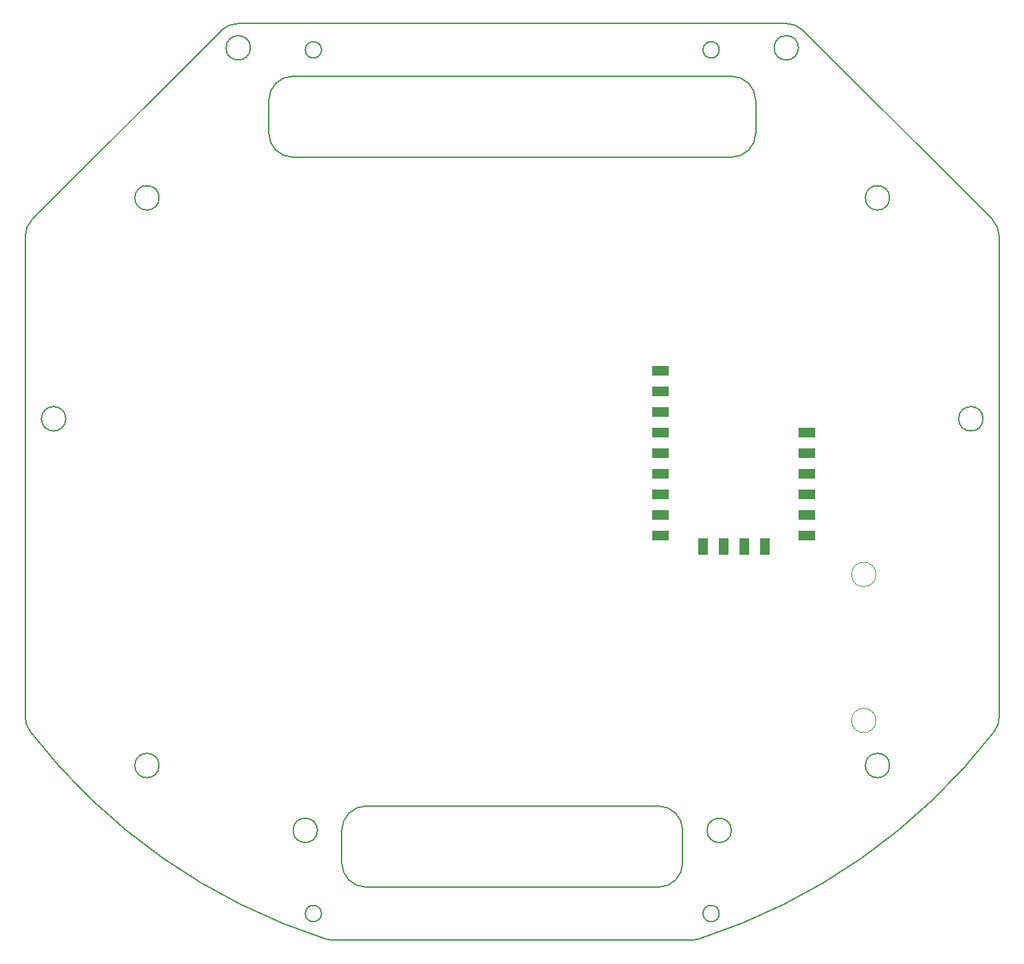
<source format=gtp>
G04 #@! TF.GenerationSoftware,KiCad,Pcbnew,(6.0.2)*
G04 #@! TF.CreationDate,2022-03-28T07:24:51+09:00*
G04 #@! TF.ProjectId,Main_Board,4d61696e-5f42-46f6-9172-642e6b696361,rev?*
G04 #@! TF.SameCoordinates,Original*
G04 #@! TF.FileFunction,Paste,Top*
G04 #@! TF.FilePolarity,Positive*
%FSLAX46Y46*%
G04 Gerber Fmt 4.6, Leading zero omitted, Abs format (unit mm)*
G04 Created by KiCad (PCBNEW (6.0.2)) date 2022-03-28 07:24:51*
%MOMM*%
%LPD*%
G01*
G04 APERTURE LIST*
G04 #@! TA.AperFunction,Profile*
%ADD10C,0.200000*%
G04 #@! TD*
G04 #@! TA.AperFunction,Profile*
%ADD11C,0.120000*%
G04 #@! TD*
%ADD12R,2.000000X1.200000*%
%ADD13R,1.200000X2.000000*%
G04 APERTURE END LIST*
D10*
X135782005Y-91484651D02*
G75*
G03*
X135782005Y-91484651I-1500000J0D01*
G01*
X216282005Y-45992010D02*
G75*
G03*
X216282005Y-45992010I-1000000J0D01*
G01*
X208782005Y-149242010D02*
G75*
G03*
X211782005Y-146242010I-1J3000001D01*
G01*
X237282005Y-64242010D02*
G75*
G03*
X237282005Y-64242010I-1500000J0D01*
G01*
X226660685Y-43620690D02*
X249903325Y-66863330D01*
X157024646Y-42742010D02*
G75*
G03*
X154903325Y-43620690I-3J-2999994D01*
G01*
X160782005Y-56242010D02*
G75*
G03*
X163782005Y-59242010I3000001J1D01*
G01*
X160782005Y-52242010D02*
X160782005Y-56242010D01*
X250782005Y-68984651D02*
G75*
G03*
X249903325Y-66863330I-2999994J3D01*
G01*
X211782005Y-142242010D02*
G75*
G03*
X208782005Y-139242010I-3000001J-1D01*
G01*
X163782005Y-59242010D02*
X217782005Y-59242010D01*
X217782005Y-142242010D02*
G75*
G03*
X217782005Y-142242010I-1500000J0D01*
G01*
X157024646Y-42742010D02*
X224539364Y-42742010D01*
X220782005Y-56242010D02*
X220782005Y-52242010D01*
X147282005Y-64242010D02*
G75*
G03*
X147282005Y-64242010I-1500000J0D01*
G01*
X131660685Y-66863330D02*
X154903325Y-43620690D01*
X131407005Y-130063505D02*
G75*
G03*
X167829319Y-155643510I59375005J45821502D01*
G01*
X250782005Y-68984651D02*
X250782005Y-128230645D01*
X130782005Y-128230645D02*
G75*
G03*
X131407005Y-130063505I3000003J1D01*
G01*
X220782005Y-52242010D02*
G75*
G03*
X217782005Y-49242010I-3000001J-1D01*
G01*
X169782005Y-146242010D02*
G75*
G03*
X172782005Y-149242010I3000001J1D01*
G01*
X172782005Y-139242010D02*
G75*
G03*
X169782005Y-142242010I1J-3000001D01*
G01*
X212816583Y-155787450D02*
X168747427Y-155787450D01*
X211782005Y-142242010D02*
X211782005Y-146242010D01*
X172782005Y-139242010D02*
X208782005Y-139242010D01*
X217782005Y-59242010D02*
G75*
G03*
X220782005Y-56242010I-1J3000001D01*
G01*
X131660685Y-66863330D02*
G75*
G03*
X130782005Y-68984651I2121314J-2121318D01*
G01*
X212816583Y-155787450D02*
G75*
G03*
X213734691Y-155643510I5J2999973D01*
G01*
X213734691Y-155643510D02*
G75*
G03*
X250157005Y-130063505I-22952691J71401507D01*
G01*
X130782005Y-128230645D02*
X130782005Y-68984651D01*
X237282005Y-134242010D02*
G75*
G03*
X237282005Y-134242010I-1500000J0D01*
G01*
X163782005Y-49242010D02*
G75*
G03*
X160782005Y-52242010I1J-3000001D01*
G01*
X226660685Y-43620690D02*
G75*
G03*
X224539364Y-42742010I-2121318J-2121314D01*
G01*
X226039364Y-45742010D02*
G75*
G03*
X226039364Y-45742010I-1500000J0D01*
G01*
X167282005Y-45992010D02*
G75*
G03*
X167282005Y-45992010I-1000000J0D01*
G01*
X158524646Y-45742010D02*
G75*
G03*
X158524646Y-45742010I-1500000J0D01*
G01*
X167829319Y-155643510D02*
G75*
G03*
X168747427Y-155787450I918101J2856020D01*
G01*
X216282005Y-152492010D02*
G75*
G03*
X216282005Y-152492010I-1000000J0D01*
G01*
X250157005Y-130063505D02*
G75*
G03*
X250782005Y-128230645I-2375003J1832861D01*
G01*
X248782005Y-91484651D02*
G75*
G03*
X248782005Y-91484651I-1500000J0D01*
G01*
X167282005Y-152492010D02*
G75*
G03*
X167282005Y-152492010I-1000000J0D01*
G01*
X217782005Y-49242010D02*
X163782005Y-49242010D01*
X208782005Y-149242010D02*
X172782005Y-149242010D01*
X166782005Y-142242010D02*
G75*
G03*
X166782005Y-142242010I-1500000J0D01*
G01*
X147282005Y-134242010D02*
G75*
G03*
X147282005Y-134242010I-1500000J0D01*
G01*
X169782005Y-146242010D02*
X169782005Y-142242010D01*
D11*
X235587000Y-110689700D02*
G75*
G03*
X235587000Y-110689700I-1500000J0D01*
G01*
X235587000Y-128689700D02*
G75*
G03*
X235587000Y-128689700I-1500000J0D01*
G01*
D12*
X209072180Y-85579960D03*
X209072180Y-88119960D03*
X209072180Y-90659960D03*
X209072180Y-93199960D03*
X209072180Y-95739960D03*
X209072180Y-98279960D03*
X209072180Y-100819960D03*
X209072180Y-103359960D03*
X209072180Y-105899960D03*
D13*
X214262180Y-107279960D03*
X216802180Y-107279960D03*
X219342180Y-107279960D03*
X221882180Y-107279960D03*
D12*
X227072180Y-105899960D03*
X227072180Y-103359960D03*
X227072180Y-100819960D03*
X227072180Y-98279960D03*
X227072180Y-95739960D03*
X227072180Y-93199960D03*
M02*

</source>
